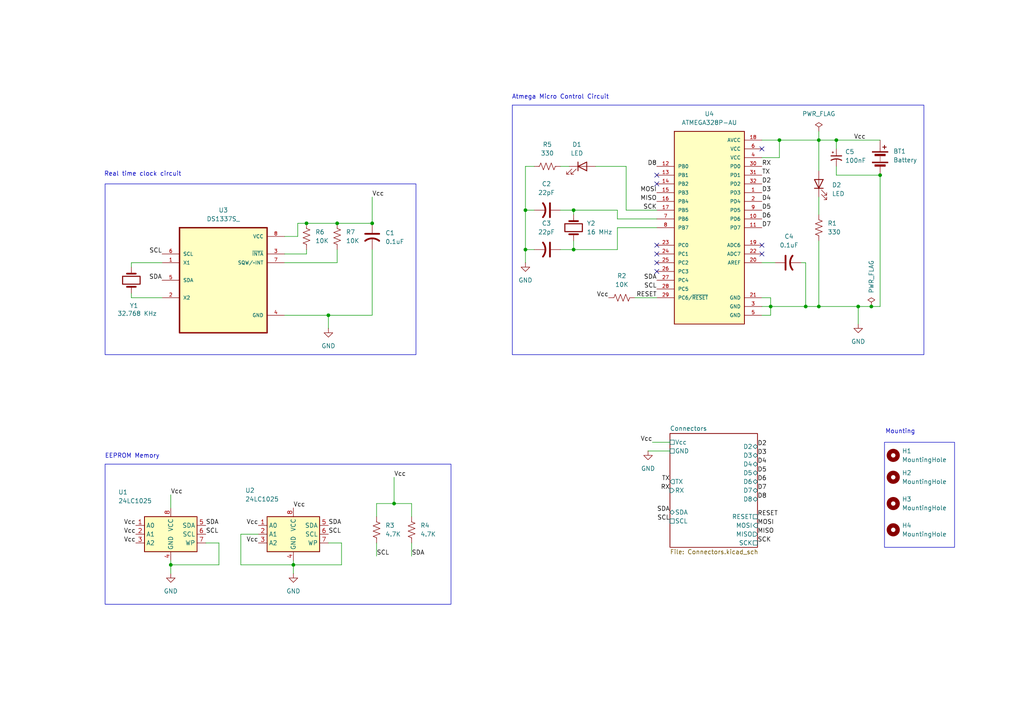
<source format=kicad_sch>
(kicad_sch (version 20250114) (generator "eeschema") (generator_version "9.0")
  (paper "A4")
  (title_block (title "${project_name}") (date "2025-11-19") (rev "1") (company "Evan Stewart"))
  (lib_symbols
    (symbol "ATMEGA328P:ATMEGA328P-AU" (pin_names (offset 1.016))
      (property "Reference" "U4" (at 0 33.02 0))
      (property "Value" "ATMEGA328P-AU" (at 0 30.48 0))
      (symbol "ATMEGA328P-AU_0_0"
        (rectangle (start -10.16 27.94) (end 10.16 -27.94) (stroke (width 0.254)) (fill (type background)))
        (pin bidirectional line (at -15.24 17.78 0) (length 5.08) (name "PB0") (number "12"))
        (pin bidirectional line (at -15.24 15.24 0) (length 5.08) (name "PB1") (number "13"))
        (pin bidirectional line (at -15.24 12.7 0) (length 5.08) (name "PB2") (number "14"))
        (pin bidirectional line (at -15.24 10.16 0) (length 5.08) (name "PB3") (number "15"))
        (pin bidirectional line (at -15.24 7.62 0) (length 5.08) (name "PB4") (number "16"))
        (pin bidirectional line (at -15.24 5.08 0) (length 5.08) (name "PB5") (number "17"))
        (pin bidirectional line (at -15.24 2.54 0) (length 5.08) (name "PB6") (number "7"))
        (pin bidirectional line (at -15.24 0 0) (length 5.08) (name "PB7") (number "8"))
        (pin bidirectional line (at -15.24 -5.08 0) (length 5.08) (name "PC0") (number "23"))
        (pin bidirectional line (at -15.24 -7.62 0) (length 5.08) (name "PC1") (number "24"))
        (pin bidirectional line (at -15.24 -10.16 0) (length 5.08) (name "PC2") (number "25"))
        (pin bidirectional line (at -15.24 -12.7 0) (length 5.08) (name "PC3") (number "26"))
        (pin bidirectional line (at -15.24 -15.24 0) (length 5.08) (name "PC4") (number "27"))
        (pin bidirectional line (at -15.24 -17.78 0) (length 5.08) (name "PC5") (number "28"))
        (pin bidirectional line (at -15.24 -20.32 0) (length 5.08) (name "PC6/~{RESET}") (number "29"))
        (pin power_in line (at 15.24 25.4 180) (length 5.08) (name "AVCC") (number "18"))
        (pin power_in line (at 15.24 22.86 180) (length 5.08) (name "VCC") (number "6"))
        (pin power_in line (at 15.24 20.32 180) (length 5.08) (name "VCC") (number "4"))
        (pin bidirectional line (at 15.24 17.78 180) (length 5.08) (name "PD0") (number "30"))
        (pin bidirectional line (at 15.24 15.24 180) (length 5.08) (name "PD1") (number "31"))
        (pin bidirectional line (at 15.24 12.7 180) (length 5.08) (name "PD2") (number "32"))
        (pin bidirectional line (at 15.24 10.16 180) (length 5.08) (name "PD3") (number "1"))
        (pin bidirectional line (at 15.24 7.62 180) (length 5.08) (name "PD4") (number "2"))
        (pin bidirectional line (at 15.24 5.08 180) (length 5.08) (name "PD5") (number "9"))
        (pin bidirectional line (at 15.24 2.54 180) (length 5.08) (name "PD6") (number "10"))
        (pin bidirectional line (at 15.24 0 180) (length 5.08) (name "PD7") (number "11"))
        (pin bidirectional line (at 15.24 -5.08 180) (length 5.08) (name "ADC6") (number "19"))
        (pin bidirectional line (at 15.24 -7.62 180) (length 5.08) (name "ADC7") (number "22"))
        (pin input line (at 15.24 -10.16 180) (length 5.08) (name "AREF") (number "20"))
        (pin power_in line (at 15.24 -20.32 180) (length 5.08) (name "GND") (number "21"))
        (pin power_in line (at 15.24 -22.86 180) (length 5.08) (name "GND") (number "3"))
        (pin power_in line (at 15.24 -25.4 180) (length 5.08) (name "GND") (number "5"))
      )
    )
    (symbol "DS1337S:DS1337S_" (pin_names (offset 1.016))
      (property "Reference" "U" (at -12.7 16.24 0))
      (property "Value" "DS1337S_" (at -12.7 -19.24 0))
      (symbol "DS1337S__0_0"
        (rectangle (start -12.7 -15.24) (end 12.7 15.24) (stroke (width 0.41)) (fill (type background)))
        (pin input line (at -17.78 7.62 0) (length 5.08) (name "SCL") (number "6"))
        (pin input line (at -17.78 5.08 0) (length 5.08) (name "X1") (number "1"))
        (pin bidirectional line (at -17.78 0 0) (length 5.08) (name "SDA") (number "5"))
        (pin bidirectional line (at -17.78 -5.08 0) (length 5.08) (name "X2") (number "2"))
        (pin power_in line (at 17.78 12.7 180) (length 5.08) (name "VCC") (number "8"))
        (pin output line (at 17.78 7.62 180) (length 5.08) (name "~{INTA}") (number "3"))
        (pin output line (at 17.78 5.08 180) (length 5.08) (name "SQW/~INT") (number "7"))
        (pin power_in line (at 17.78 -10.16 180) (length 5.08) (name "GND") (number "4"))
      )
    )
    (symbol "Device:Battery" (pin_numbers (hide yes)) (pin_names (offset 0) (hide yes))
      (property "Reference" "BT" (at 2.54 2.54 0))
      (property "Value" "Battery" (at 2.54 0 0))
      (symbol "Battery_0_1"
        (rectangle (start -2.286 1.778) (end 2.286 1.524) (fill (type outline)))
        (rectangle (start -2.286 -1.27) (end 2.286 -1.524) (fill (type outline)))
        (rectangle (start -1.524 1.016) (end 1.524 0.508) (fill (type outline)))
        (rectangle (start -1.524 -2.032) (end 1.524 -2.54) (fill (type outline)))
        (polyline (pts (xy 0 1.778) (xy 0 2.54)))
        (polyline (pts (xy 0 0) (xy 0 0.254)))
        (polyline (pts (xy 0 -0.508) (xy 0 -0.254)))
        (polyline (pts (xy 0 -1.016) (xy 0 -0.762)))
        (polyline (pts (xy 0.762 3.048) (xy 1.778 3.048)) (stroke (width 0.254)))
        (polyline (pts (xy 1.27 3.556) (xy 1.27 2.54)) (stroke (width 0.254)))
      )
      (symbol "Battery_1_1"
        (pin passive line (at 0 5.08 270) (length 2.54) (name "+") (number "1"))
        (pin passive line (at 0 -5.08 90) (length 2.54) (name "-") (number "2"))
      )
    )
    (symbol "Device:C_Polarized_Small_US" (pin_numbers (hide yes)) (pin_names (offset 0.254) (hide yes))
      (property "Reference" "C" (at 0.254 1.778 0))
      (property "Value" "C_Polarized_Small_US" (at 0.254 -2.032 0))
      (symbol "C_Polarized_Small_US_0_1"
        (polyline (pts (xy -1.524 0.508) (xy 1.524 0.508)) (stroke (width 0.3048)))
        (polyline (pts (xy -1.27 1.524) (xy -0.762 1.524)))
        (polyline (pts (xy -1.016 1.27) (xy -1.016 1.778)))
        (arc (start -1.524 -0.762) (mid 0 -0.3734) (end 1.524 -0.762) (stroke (width 0.3048)))
      )
      (symbol "C_Polarized_Small_US_1_1"
        (pin passive line (at 0 2.54 270) (length 2.032) (name "~") (number "1"))
        (pin passive line (at 0 -2.54 90) (length 2.032) (name "~") (number "2"))
      )
    )
    (symbol "Device:C_US" (pin_numbers (hide yes)) (pin_names (offset 0.254) (hide yes))
      (property "Reference" "C" (at 0.635 2.54 0))
      (property "Value" "C_US" (at 0.635 -2.54 0))
      (symbol "C_US_0_1"
        (polyline (pts (xy -2.032 0.762) (xy 2.032 0.762)) (stroke (width 0.508)))
        (arc (start -2.032 -1.27) (mid 0 -0.5572) (end 2.032 -1.27) (stroke (width 0.508)))
      )
      (symbol "C_US_1_1"
        (pin passive line (at 0 3.81 270) (length 2.794) (name "~") (number "1"))
        (pin passive line (at 0 -3.81 90) (length 3.302) (name "~") (number "2"))
      )
    )
    (symbol "Device:Crystal" (pin_numbers (hide yes)) (pin_names (offset 1.016) (hide yes))
      (property "Reference" "Y" (at 0 3.81 0))
      (property "Value" "Crystal" (at 0 -3.81 0))
      (symbol "Crystal_0_1"
        (polyline (pts (xy -2.54 0) (xy -1.905 0)))
        (polyline (pts (xy -1.905 -1.27) (xy -1.905 1.27)) (stroke (width 0.508)))
        (rectangle (start -1.143 2.54) (end 1.143 -2.54) (stroke (width 0.3048)))
        (polyline (pts (xy 1.905 -1.27) (xy 1.905 1.27)) (stroke (width 0.508)))
        (polyline (pts (xy 2.54 0) (xy 1.905 0)))
      )
      (symbol "Crystal_1_1"
        (pin passive line (at -3.81 0 0) (length 1.27) (name "1") (number "1"))
        (pin passive line (at 3.81 0 180) (length 1.27) (name "2") (number "2"))
      )
    )
    (symbol "Device:LED" (pin_numbers (hide yes)) (pin_names (offset 1.016) (hide yes))
      (property "Reference" "D" (at 0 2.54 0))
      (property "Value" "LED" (at 0 -2.54 0))
      (symbol "LED_0_1"
        (polyline (pts (xy -3.048 -0.762) (xy -4.572 -2.286) (xy -3.81 -2.286) (xy -4.572 -2.286) (xy -4.572 -1.524)))
        (polyline (pts (xy -1.778 -0.762) (xy -3.302 -2.286) (xy -2.54 -2.286) (xy -3.302 -2.286) (xy -3.302 -1.524)))
        (polyline (pts (xy -1.27 0) (xy 1.27 0)))
        (polyline (pts (xy -1.27 -1.27) (xy -1.27 1.27)) (stroke (width 0.254)))
        (polyline (pts (xy 1.27 -1.27) (xy 1.27 1.27) (xy -1.27 0) (xy 1.27 -1.27)) (stroke (width 0.254)))
      )
      (symbol "LED_1_1"
        (pin passive line (at -3.81 0 0) (length 2.54) (name "K") (number "1"))
        (pin passive line (at 3.81 0 180) (length 2.54) (name "A") (number "2"))
      )
    )
    (symbol "Device:R_US" (pin_numbers (hide yes)) (pin_names (offset 0))
      (property "Reference" "R" (at 2.54 0 90))
      (property "Value" "R_US" (at -2.54 0 90))
      (symbol "R_US_0_1"
        (polyline (pts (xy 0 2.286) (xy 0 2.54)))
        (polyline (pts (xy 0 2.286) (xy 1.016 1.905) (xy 0 1.524) (xy -1.016 1.143) (xy 0 0.762)))
        (polyline (pts (xy 0 0.762) (xy 1.016 0.381) (xy 0 0) (xy -1.016 -0.381) (xy 0 -0.762)))
        (polyline (pts (xy 0 -0.762) (xy 1.016 -1.143) (xy 0 -1.524) (xy -1.016 -1.905) (xy 0 -2.286)))
        (polyline (pts (xy 0 -2.286) (xy 0 -2.54)))
      )
      (symbol "R_US_1_1"
        (pin passive line (at 0 3.81 270) (length 1.27) (name "~") (number "1"))
        (pin passive line (at 0 -3.81 90) (length 1.27) (name "~") (number "2"))
      )
    )
    (symbol "Mechanical:MountingHole" (pin_names (offset 1.016)) (in_bom no)
      (property "Reference" "H" (at 0 5.08 0))
      (property "Value" "MountingHole" (at 0 3.175 0))
      (symbol "MountingHole_0_1"
        (circle (center 0 0) (radius 1.27) (stroke (width 1.27)))
      )
    )
    (symbol "Memory_EEPROM:24LC1025"
      (property "Reference" "U" (at -6.35 6.35 0))
      (property "Value" "24LC1025" (at 1.27 6.35 0))
      (symbol "24LC1025_1_1"
        (rectangle (start -7.62 5.08) (end 7.62 -5.08) (stroke (width 0.254)) (fill (type background)))
        (pin input line (at -10.16 2.54 0) (length 2.54) (name "A0") (number "1"))
        (pin input line (at -10.16 0 0) (length 2.54) (name "A1") (number "2"))
        (pin input line (at -10.16 -2.54 0) (length 2.54) (name "A2") (number "3"))
        (pin power_in line (at 0 7.62 270) (length 2.54) (name "VCC") (number "8"))
        (pin power_in line (at 0 -7.62 90) (length 2.54) (name "GND") (number "4"))
        (pin bidirectional line (at 10.16 2.54 180) (length 2.54) (name "SDA") (number "5"))
        (pin input line (at 10.16 0 180) (length 2.54) (name "SCL") (number "6"))
        (pin input line (at 10.16 -2.54 180) (length 2.54) (name "WP") (number "7"))
      )
    )
    (symbol "power:GND" (power) (pin_numbers (hide yes)) (pin_names (offset 0) (hide yes))
      (property "Value" "GND" (at 0 -3.81 0))
      (symbol "GND_0_1"
        (polyline (pts (xy 0 0) (xy 0 -1.27) (xy 1.27 -1.27) (xy 0 -2.54) (xy -1.27 -1.27) (xy 0 -1.27)))
      )
      (symbol "GND_1_1"
        (pin power_in line (at 0 0 270) (length 0) (name "~") (number "1"))
      )
    )
    (symbol "power:PWR_FLAG" (power) (pin_numbers (hide yes)) (pin_names (offset 0) (hide yes))
      (property "Value" "PWR_FLAG" (at 0 3.81 0))
      (symbol "PWR_FLAG_0_0"
        (pin power_out line (at 0 0 90) (length 0) (name "~") (number "1"))
      )
      (symbol "PWR_FLAG_0_1"
        (polyline (pts (xy 0 0) (xy 0 1.27) (xy -1.016 1.905) (xy 0 2.54) (xy 1.016 1.905) (xy 0 1.27)))
      )
    )
  )
  (rectangle (start 148.59 30.48) (end 267.97 102.87))
  (rectangle (start 30.48 134.62) (end 130.81 175.26))
  (rectangle (start 256.54 128.27) (end 276.86 158.75))
  (rectangle (start 30.48 53.34) (end 120.65 102.87))
  (text "Real time clock circuit\n" (at 41.402 50.546 0) (effects (font (size 1.27 1.27))))
  (text "Atmega Micro Control Circuit" (at 162.56 28.194 0) (effects (font (size 1.27 1.27))))
  (text "EEPROM Memory\n" (at 38.354 132.334 0) (effects (font (size 1.27 1.27))))
  (text "Mounting\n" (at 261.112 125.222 0) (effects (font (size 1.27 1.27))))
  (junction (at 255.27 50.8))
  (junction (at 223.52 88.9))
  (junction (at 233.68 88.9))
  (junction (at 166.37 60.96))
  (junction (at 152.4 60.96))
  (junction (at 88.9 64.77))
  (junction (at 252.73 88.9))
  (junction (at 226.06 40.64))
  (junction (at 152.4 72.39))
  (junction (at 166.37 72.39))
  (junction (at 237.49 40.64))
  (junction (at 85.09 163.83))
  (junction (at 242.57 40.64))
  (junction (at 97.79 64.77))
  (junction (at 107.95 64.77))
  (junction (at 49.53 163.83))
  (junction (at 114.3 146.05))
  (junction (at 248.92 88.9))
  (junction (at 237.49 88.9))
  (junction (at 95.25 91.44))
  (no_connect (at 220.98 73.66))
  (no_connect (at 190.5 78.74))
  (no_connect (at 190.5 71.12))
  (no_connect (at 190.5 53.34))
  (no_connect (at 220.98 71.12))
  (no_connect (at 190.5 76.2))
  (no_connect (at 220.98 43.18))
  (no_connect (at 190.5 73.66))
  (no_connect (at 190.5 50.8))
  (wire (pts (xy 190.5 66.04) (xy 179.07 66.04)))
  (wire (pts (xy 226.06 40.64) (xy 220.98 40.64)))
  (wire (pts (xy 187.96 130.81) (xy 194.31 130.81)))
  (wire (pts (xy 152.4 72.39) (xy 152.4 76.2)))
  (wire (pts (xy 162.56 48.26) (xy 165.1 48.26)))
  (wire (pts (xy 69.85 163.83) (xy 85.09 163.83)))
  (wire (pts (xy 223.52 88.9) (xy 233.68 88.9)))
  (wire (pts (xy 184.15 86.36) (xy 190.5 86.36)))
  (wire (pts (xy 74.93 154.94) (xy 69.85 154.94)))
  (wire (pts (xy 154.94 48.26) (xy 152.4 48.26)))
  (wire (pts (xy 237.49 40.64) (xy 237.49 49.53)))
  (wire (pts (xy 190.5 63.5) (xy 179.07 63.5)))
  (wire (pts (xy 237.49 38.1) (xy 237.49 40.64)))
  (wire (pts (xy 107.95 57.15) (xy 107.95 64.77)))
  (wire (pts (xy 233.68 76.2) (xy 233.68 88.9)))
  (wire (pts (xy 220.98 45.72) (xy 226.06 45.72)))
  (wire (pts (xy 69.85 154.94) (xy 69.85 163.83)))
  (wire (pts (xy 82.55 73.66) (xy 88.9 73.66)))
  (wire (pts (xy 242.57 48.26) (xy 242.57 50.8)))
  (wire (pts (xy 59.69 157.48) (xy 63.5 157.48)))
  (wire (pts (xy 166.37 62.23) (xy 166.37 60.96)))
  (wire (pts (xy 119.38 146.05) (xy 119.38 149.86)))
  (wire (pts (xy 82.55 68.58) (xy 86.36 68.58)))
  (wire (pts (xy 63.5 157.48) (xy 63.5 163.83)))
  (wire (pts (xy 223.52 86.36) (xy 223.52 88.9)))
  (wire (pts (xy 95.25 157.48) (xy 99.06 157.48)))
  (wire (pts (xy 38.1 77.47) (xy 38.1 76.2)))
  (wire (pts (xy 82.55 76.2) (xy 97.79 76.2)))
  (wire (pts (xy 166.37 60.96) (xy 179.07 60.96)))
  (wire (pts (xy 162.56 72.39) (xy 166.37 72.39)))
  (wire (pts (xy 95.25 95.25) (xy 95.25 91.44)))
  (wire (pts (xy 38.1 76.2) (xy 46.99 76.2)))
  (wire (pts (xy 255.27 50.8) (xy 255.27 88.9)))
  (wire (pts (xy 97.79 64.77) (xy 107.95 64.77)))
  (wire (pts (xy 109.22 149.86) (xy 109.22 146.05)))
  (wire (pts (xy 242.57 40.64) (xy 242.57 43.18)))
  (wire (pts (xy 220.98 86.36) (xy 223.52 86.36)))
  (wire (pts (xy 255.27 40.64) (xy 242.57 40.64)))
  (wire (pts (xy 49.53 143.51) (xy 49.53 147.32)))
  (wire (pts (xy 220.98 76.2) (xy 224.79 76.2)))
  (wire (pts (xy 114.3 146.05) (xy 119.38 146.05)))
  (wire (pts (xy 86.36 68.58) (xy 86.36 64.77)))
  (wire (pts (xy 107.95 91.44) (xy 95.25 91.44)))
  (wire (pts (xy 237.49 88.9) (xy 248.92 88.9)))
  (wire (pts (xy 223.52 88.9) (xy 223.52 91.44)))
  (wire (pts (xy 86.36 64.77) (xy 88.9 64.77)))
  (wire (pts (xy 226.06 45.72) (xy 226.06 40.64)))
  (wire (pts (xy 152.4 72.39) (xy 154.94 72.39)))
  (wire (pts (xy 99.06 163.83) (xy 85.09 163.83)))
  (wire (pts (xy 85.09 162.56) (xy 85.09 163.83)))
  (wire (pts (xy 248.92 93.98) (xy 248.92 88.9)))
  (wire (pts (xy 119.38 157.48) (xy 119.38 161.29)))
  (wire (pts (xy 237.49 40.64) (xy 242.57 40.64)))
  (wire (pts (xy 237.49 40.64) (xy 226.06 40.64)))
  (wire (pts (xy 189.23 128.27) (xy 194.31 128.27)))
  (wire (pts (xy 109.22 157.48) (xy 109.22 161.29)))
  (wire (pts (xy 237.49 57.15) (xy 237.49 62.23)))
  (wire (pts (xy 172.72 48.26) (xy 181.61 48.26)))
  (wire (pts (xy 152.4 48.26) (xy 152.4 60.96)))
  (wire (pts (xy 232.41 76.2) (xy 233.68 76.2)))
  (wire (pts (xy 220.98 88.9) (xy 223.52 88.9)))
  (wire (pts (xy 252.73 88.9) (xy 255.27 88.9)))
  (wire (pts (xy 38.1 86.36) (xy 46.99 86.36)))
  (wire (pts (xy 88.9 73.66) (xy 88.9 72.39)))
  (wire (pts (xy 181.61 48.26) (xy 181.61 60.96)))
  (wire (pts (xy 97.79 76.2) (xy 97.79 72.39)))
  (wire (pts (xy 166.37 72.39) (xy 166.37 69.85)))
  (wire (pts (xy 242.57 50.8) (xy 255.27 50.8)))
  (wire (pts (xy 181.61 60.96) (xy 190.5 60.96)))
  (wire (pts (xy 179.07 63.5) (xy 179.07 60.96)))
  (wire (pts (xy 107.95 72.39) (xy 107.95 91.44)))
  (wire (pts (xy 166.37 72.39) (xy 179.07 72.39)))
  (wire (pts (xy 162.56 60.96) (xy 166.37 60.96)))
  (wire (pts (xy 237.49 69.85) (xy 237.49 88.9)))
  (wire (pts (xy 82.55 91.44) (xy 95.25 91.44)))
  (wire (pts (xy 49.53 162.56) (xy 49.53 163.83)))
  (wire (pts (xy 152.4 60.96) (xy 152.4 72.39)))
  (wire (pts (xy 233.68 88.9) (xy 237.49 88.9)))
  (wire (pts (xy 85.09 163.83) (xy 85.09 166.37)))
  (wire (pts (xy 252.73 88.9) (xy 248.92 88.9)))
  (wire (pts (xy 223.52 91.44) (xy 220.98 91.44)))
  (wire (pts (xy 38.1 85.09) (xy 38.1 86.36)))
  (wire (pts (xy 99.06 157.48) (xy 99.06 163.83)))
  (wire (pts (xy 114.3 138.43) (xy 114.3 146.05)))
  (wire (pts (xy 63.5 163.83) (xy 49.53 163.83)))
  (wire (pts (xy 154.94 60.96) (xy 152.4 60.96)))
  (wire (pts (xy 88.9 64.77) (xy 97.79 64.77)))
  (wire (pts (xy 109.22 146.05) (xy 114.3 146.05)))
  (wire (pts (xy 49.53 163.83) (xy 49.53 166.37)))
  (wire (pts (xy 179.07 66.04) (xy 179.07 72.39)))
  (label "Vcc" (at 189.23 128.27 180))
  (label "TX" (at 220.98 50.8 0))
  (label "Vcc" (at 107.95 57.15 0))
  (label "Vcc" (at 114.3 138.43 0))
  (label "MISO" (at 219.71 154.94 0))
  (label "SCL" (at 95.25 154.94 0))
  (label "Vcc" (at 74.93 157.48 180))
  (label "D7" (at 220.98 66.04 0))
  (label "MOSI" (at 219.71 152.4 0))
  (label "SCL" (at 46.99 73.66 180))
  (label "MISO" (at 190.5 58.42 180))
  (label "D4" (at 220.98 58.42 0))
  (label "D5" (at 220.98 60.96 0))
  (label "SCL" (at 190.5 83.82 180))
  (label "RX" (at 194.31 142.24 180))
  (label "Vcc" (at 39.37 152.4 180))
  (label "Vcc" (at 39.37 154.94 180))
  (label "SDA" (at 95.25 152.4 0))
  (label "D2" (at 220.98 53.34 0))
  (label "D6" (at 220.98 63.5 0))
  (label "RESET" (at 219.71 149.86 0))
  (label "D6" (at 219.71 139.7 0))
  (label "Vcc" (at 39.37 157.48 180))
  (label "MOSI" (at 190.5 55.88 180))
  (label "SDA" (at 190.5 81.28 180))
  (label "RX" (at 220.98 48.26 0))
  (label "SCL" (at 109.22 161.29 0))
  (label "Vcc" (at 49.53 143.51 0))
  (label "Vcc" (at 247.65 40.64 0))
  (label "SDA" (at 119.38 161.29 0))
  (label "SCK" (at 219.71 157.48 0))
  (label "D8" (at 190.5 48.26 180))
  (label "TX" (at 194.31 139.7 180))
  (label "Vcc" (at 176.53 86.36 180))
  (label "D4" (at 219.71 134.62 0))
  (label "Vcc" (at 74.93 152.4 180))
  (label "SDA" (at 46.99 81.28 180))
  (label "D7" (at 219.71 142.24 0))
  (label "D3" (at 219.71 132.08 0))
  (label "Vcc" (at 85.09 147.32 0))
  (label "RESET" (at 190.5 86.36 180))
  (label "SCL" (at 59.69 154.94 0))
  (label "D8" (at 219.71 144.78 0))
  (label "SCL" (at 194.31 151.13 180))
  (label "SDA" (at 194.31 148.59 180))
  (label "D5" (at 219.71 137.16 0))
  (label "D2" (at 219.71 129.54 0))
  (label "D3" (at 220.98 55.88 0))
  (label "SDA" (at 59.69 152.4 0))
  (label "SCK" (at 190.5 60.96 180))
  (symbol (lib_id "Device:Crystal") (at 166.37 66.04 90) (unit 1)
    (property "Reference" "Y2" (at 170.18 64.7699 90) (effects (justify right)))
    (property "Value" "16 MHz" (at 170.18 67.3099 90) (effects (justify right)))
    (property "Footprint" "Crystal:Crystal_SMD_5032-2Pin_5.0x3.2mm_HandSoldering" (effects (hide yes)))
    (property "Description" "Two pin crystal" (effects (hide yes)))
  )
  (symbol (lib_id "power:PWR_FLAG") (at 237.49 38.1 0) (unit 1)
    (property "Reference" "#FLG01" (effects (hide yes)))
    (property "Value" "PWR_FLAG" (at 237.49 33.02 0))
    (property "Description" "Special symbol for telling ERC where power comes from" (effects (hide yes)))
  )
  (symbol (lib_id "Memory_EEPROM:24LC1025") (at 49.53 154.94 0) (unit 1)
    (property "Reference" "U1" (at 34.29 142.748 0) (effects (justify left)))
    (property "Value" "24LC1025" (at 34.29 145.288 0) (effects (justify left)))
    (property "Footprint" "Package_SO:SOIC-8_5.3x5.3mm_P1.27mm" (effects (hide yes)))
    (property "Datasheet" "http://ww1.microchip.com/downloads/en/DeviceDoc/21941B.pdf" (effects (hide yes)))
    (property "Description" "I2C Serial EEPROM, 1024Kb, DIP-8/SOIC-8/TSSOP-8/DFN-8" (effects (hide yes)))
  )
  (symbol (lib_id "power:GND") (at 49.53 166.37 0) (unit 1)
    (property "Reference" "#PWR04" (effects (hide yes)))
    (property "Value" "GND" (at 49.53 171.45 0))
    (property "Description" "Power symbol creates a global label with name \"GND\" , ground" (effects (hide yes)))
  )
  (symbol (lib_id "Device:R_US") (at 119.38 153.67 0) (unit 1)
    (property "Reference" "R4" (at 121.92 152.3999 0) (effects (justify left)))
    (property "Value" "4.7K" (at 121.92 154.9399 0) (effects (justify left)))
    (property "Footprint" "Resistor_SMD:R_0805_2012Metric" (effects (hide yes)))
    (property "Description" "Resistor, US symbol" (effects (hide yes)))
  )
  (symbol (lib_id "Device:Crystal") (at 38.1 81.28 90) (unit 1)
    (property "Reference" "Y1" (at 37.592 88.646 90) (effects (justify right)))
    (property "Value" "32.768 KHz" (at 34.036 90.932 90) (effects (justify right)))
    (property "Footprint" "Crystal:Crystal_SMD_5032-2Pin_5.0x3.2mm_HandSoldering" (effects (hide yes)))
    (property "Description" "Two pin crystal" (effects (hide yes)))
  )
  (symbol (lib_id "Mechanical:MountingHole") (at 259.08 153.67 0) (unit 1) (in_bom no)
    (property "Reference" "H4" (at 261.62 152.3999 0) (effects (justify left)))
    (property "Value" "MountingHole" (at 261.62 154.9399 0) (effects (justify left)))
    (property "Footprint" "MountingHole:MountingHole_2.1mm" (effects (hide yes)))
    (property "Description" "Mounting Hole without connection" (effects (hide yes)))
  )
  (symbol (lib_id "Mechanical:MountingHole") (at 259.08 132.08 0) (unit 1) (in_bom no)
    (property "Reference" "H1" (at 261.62 130.8099 0) (effects (justify left)))
    (property "Value" "MountingHole" (at 261.62 133.3499 0) (effects (justify left)))
    (property "Footprint" "MountingHole:MountingHole_2.1mm" (effects (hide yes)))
    (property "Description" "Mounting Hole without connection" (effects (hide yes)))
  )
  (symbol (lib_id "Device:R_US") (at 97.79 68.58 0) (unit 1)
    (property "Reference" "R7" (at 100.33 67.3099 0) (effects (justify left)))
    (property "Value" "10K" (at 100.33 69.8499 0) (effects (justify left)))
    (property "Footprint" "Resistor_SMD:R_0805_2012Metric" (effects (hide yes)))
    (property "Description" "Resistor, US symbol" (effects (hide yes)))
  )
  (symbol (lib_id "DS1337S:DS1337S_") (at 64.77 81.28 0) (unit 1)
    (property "Reference" "U3" (at 64.77 60.96 0))
    (property "Value" "DS1337S_" (at 64.77 63.5 0))
    (property "Footprint" "Footprints:SOIC127P600X175-8N" (effects (hide yes)))
    (property "MF" "Analog Devices" (effects (hide yes)))
    (property "Description_1" "Real Time Clock (RTC) IC Clock/Calendar - I²C, 2-Wire Serial 8-SOIC (0.154, 3.90mm Width)" (effects (hide yes)))
    (property "Package" "SOIC-8 Maxim" (effects (hide yes)))
    (property "Price" "None" (effects (hide yes)))
    (property "SnapEDA_Link" "https://www.snapeda.com/parts/DS1337S/Analog+Devices/view-part/?ref=snap" (effects (hide yes)))
    (property "MP" "DS1337S" (effects (hide yes)))
    (property "Availability" "In Stock" (effects (hide yes)))
    (property "Check_prices" "https://www.snapeda.com/parts/DS1337S/Analog+Devices/view-part/?ref=eda" (effects (hide yes)))
  )
  (symbol (lib_id "Device:C_US") (at 158.75 72.39 270) (unit 1)
    (property "Reference" "C3" (at 158.496 64.77 90))
    (property "Value" "22pF" (at 158.496 67.31 90))
    (property "Footprint" "Capacitor_SMD:C_0805_2012Metric" (effects (hide yes)))
    (property "Description" "capacitor, US symbol" (effects (hide yes)))
  )
  (symbol (lib_id "Device:C_Polarized_Small_US") (at 242.57 45.72 0) (unit 1)
    (property "Reference" "C5" (at 245.11 44.0181 0) (effects (justify left)))
    (property "Value" "100nF" (at 245.11 46.5581 0) (effects (justify left)))
    (property "Footprint" "Capacitor_SMD:C_0805_2012Metric" (effects (hide yes)))
    (property "Description" "Polarized capacitor, small US symbol" (effects (hide yes)))
  )
  (symbol (lib_id "Device:LED") (at 168.91 48.26 0) (unit 1)
    (property "Reference" "D1" (at 167.3225 41.91 0))
    (property "Value" "LED" (at 167.3225 44.45 0))
    (property "Footprint" "LED_SMD:LED_0805_2012Metric" (effects (hide yes)))
    (property "Description" "Light emitting diode" (effects (hide yes)))
    (property "Sim.Pins" "1=K 2=A" (effects (hide yes)))
  )
  (symbol (lib_id "Device:R_US") (at 158.75 48.26 90) (unit 1)
    (property "Reference" "R5" (at 158.75 41.91 90))
    (property "Value" "330" (at 158.75 44.45 90))
    (property "Footprint" "Resistor_SMD:R_0805_2012Metric" (effects (hide yes)))
    (property "Description" "Resistor, US symbol" (effects (hide yes)))
  )
  (symbol (lib_id "power:GND") (at 85.09 166.37 0) (unit 1)
    (property "Reference" "#PWR03" (effects (hide yes)))
    (property "Value" "GND" (at 85.09 171.45 0))
    (property "Description" "Power symbol creates a global label with name \"GND\" , ground" (effects (hide yes)))
  )
  (symbol (lib_id "Device:R_US") (at 237.49 66.04 0) (unit 1)
    (property "Reference" "R1" (at 240.03 64.7699 0) (effects (justify left)))
    (property "Value" "330" (at 240.03 67.3099 0) (effects (justify left)))
    (property "Footprint" "Resistor_SMD:R_0805_2012Metric" (effects (hide yes)))
    (property "Description" "Resistor, US symbol" (effects (hide yes)))
  )
  (symbol (lib_id "power:PWR_FLAG") (at 252.73 88.9 0) (unit 1)
    (property "Reference" "#FLG02" (effects (hide yes)))
    (property "Value" "PWR_FLAG" (at 252.7299 85.09 90) (effects (justify left)))
    (property "Description" "Special symbol for telling ERC where power comes from" (effects (hide yes)))
  )
  (symbol (lib_id "power:GND") (at 152.4 76.2 0) (unit 1)
    (property "Reference" "#PWR08" (effects (hide yes)))
    (property "Value" "GND" (at 152.4 81.28 0))
    (property "Description" "Power symbol creates a global label with name \"GND\" , ground" (effects (hide yes)))
  )
  (symbol (lib_id "Device:LED") (at 237.49 53.34 90) (unit 1)
    (property "Reference" "D2" (at 241.3 53.6574 90) (effects (justify right)))
    (property "Value" "LED" (at 241.3 56.1974 90) (effects (justify right)))
    (property "Footprint" "LED_SMD:LED_0805_2012Metric" (effects (hide yes)))
    (property "Description" "Light emitting diode" (effects (hide yes)))
    (property "Sim.Pins" "1=K 2=A" (effects (hide yes)))
  )
  (symbol (lib_id "ATMEGA328P:ATMEGA328P-AU") (at 205.74 66.04 0) (unit 1)
    (property "Reference" "U4" (at 205.74 33.02 0))
    (property "Value" "ATMEGA328P-AU" (at 205.74 35.56 0))
    (property "Footprint" "Footprints:QFP80P900X900X120-32N" (effects (hide yes)))
    (property "MF" "Microchip" (effects (hide yes)))
    (property "MAXIMUM_PACKAGE_HEIGHT" "1.20mm" (effects (hide yes)))
    (property "Package" "TQFP-32 Microchip" (effects (hide yes)))
    (property "Price" "None" (effects (hide yes)))
    (property "Check_prices" "https://www.snapeda.com/parts/ATMEGA328P-AU/Microchip+Technology/view-part/?ref=eda" (effects (hide yes)))
    (property "STANDARD" "IPC-7351B" (effects (hide yes)))
    (property "PARTREV" "8271A" (effects (hide yes)))
    (property "SnapEDA_Link" "https://www.snapeda.com/parts/ATMEGA328P-AU/Microchip+Technology/view-part/?ref=snap" (effects (hide yes)))
    (property "MP" "ATMEGA328P-AU" (effects (hide yes)))
    (property "Description_1" "AVR AVR® ATmega Microcontroller IC 8-Bit 20MHz 32KB (16K x 16) FLASH 32-TQFP (7x7)" (effects (hide yes)))
    (property "Availability" "In Stock" (effects (hide yes)))
    (property "MANUFACTURER" "Microchip" (effects (hide yes)))
  )
  (symbol (lib_id "power:GND") (at 248.92 93.98 0) (unit 1)
    (property "Reference" "#PWR05" (effects (hide yes)))
    (property "Value" "GND" (at 248.92 99.06 0))
    (property "Description" "Power symbol creates a global label with name \"GND\" , ground" (effects (hide yes)))
  )
  (symbol (lib_id "Device:R_US") (at 180.34 86.36 90) (unit 1)
    (property "Reference" "R2" (at 180.34 80.01 90))
    (property "Value" "10K" (at 180.34 82.55 90))
    (property "Footprint" "Resistor_SMD:R_0805_2012Metric" (effects (hide yes)))
    (property "Description" "Resistor, US symbol" (effects (hide yes)))
  )
  (symbol (lib_id "power:GND") (at 95.25 95.25 0) (unit 1)
    (property "Reference" "#PWR01" (effects (hide yes)))
    (property "Value" "GND" (at 95.25 100.33 0))
    (property "Description" "Power symbol creates a global label with name \"GND\" , ground" (effects (hide yes)))
  )
  (symbol (lib_id "Mechanical:MountingHole") (at 259.08 146.05 0) (unit 1) (in_bom no)
    (property "Reference" "H3" (at 261.62 144.7799 0) (effects (justify left)))
    (property "Value" "MountingHole" (at 261.62 147.3199 0) (effects (justify left)))
    (property "Footprint" "MountingHole:MountingHole_2.1mm" (effects (hide yes)))
    (property "Description" "Mounting Hole without connection" (effects (hide yes)))
  )
  (symbol (lib_id "Device:C_US") (at 107.95 68.58 0) (unit 1)
    (property "Reference" "C1" (at 111.76 67.5639 0) (effects (justify left)))
    (property "Value" "0.1uF" (at 111.76 70.1039 0) (effects (justify left)))
    (property "Footprint" "Capacitor_SMD:C_0805_2012Metric" (effects (hide yes)))
    (property "Description" "capacitor, US symbol" (effects (hide yes)))
  )
  (symbol (lib_id "Device:R_US") (at 88.9 68.58 0) (unit 1)
    (property "Reference" "R6" (at 91.44 67.3099 0) (effects (justify left)))
    (property "Value" "10K" (at 91.44 69.8499 0) (effects (justify left)))
    (property "Footprint" "Resistor_SMD:R_0805_2012Metric" (effects (hide yes)))
    (property "Description" "Resistor, US symbol" (effects (hide yes)))
  )
  (symbol (lib_id "power:GND") (at 187.96 130.81 0) (unit 1)
    (property "Reference" "#PWR011" (effects (hide yes)))
    (property "Value" "GND" (at 187.96 135.89 0))
    (property "Description" "Power symbol creates a global label with name \"GND\" , ground" (effects (hide yes)))
  )
  (symbol (lib_id "Device:Battery") (at 255.27 45.72 0) (unit 1)
    (property "Reference" "BT1" (at 259.08 43.8784 0) (effects (justify left)))
    (property "Value" "Battery" (at 259.08 46.4184 0) (effects (justify left)))
    (property "Footprint" "Connector_PinHeader_2.54mm:PinHeader_1x02_P2.54mm_Vertical" (effects (hide yes)))
    (property "Description" "Multiple-cell battery" (effects (hide yes)))
  )
  (symbol (lib_id "Device:C_US") (at 158.75 60.96 270) (unit 1)
    (property "Reference" "C2" (at 158.496 53.34 90))
    (property "Value" "22pF" (at 158.496 55.88 90))
    (property "Footprint" "Capacitor_SMD:C_0805_2012Metric" (effects (hide yes)))
    (property "Description" "capacitor, US symbol" (effects (hide yes)))
  )
  (symbol (lib_id "Device:C_US") (at 228.6 76.2 90) (unit 1)
    (property "Reference" "C4" (at 228.854 68.58 90))
    (property "Value" "0.1uF" (at 228.854 71.12 90))
    (property "Footprint" "Capacitor_SMD:C_0805_2012Metric" (effects (hide yes)))
    (property "Description" "capacitor, US symbol" (effects (hide yes)))
  )
  (symbol (lib_id "Mechanical:MountingHole") (at 259.08 138.43 0) (unit 1) (in_bom no)
    (property "Reference" "H2" (at 261.62 137.1599 0) (effects (justify left)))
    (property "Value" "MountingHole" (at 261.62 139.6999 0) (effects (justify left)))
    (property "Footprint" "MountingHole:MountingHole_2.1mm" (effects (hide yes)))
    (property "Description" "Mounting Hole without connection" (effects (hide yes)))
  )
  (symbol (lib_id "Memory_EEPROM:24LC1025") (at 85.09 154.94 0) (unit 1)
    (property "Reference" "U2" (at 71.12 142.24 0) (effects (justify left)))
    (property "Value" "24LC1025" (at 71.12 144.78 0) (effects (justify left)))
    (property "Footprint" "Package_SO:SOIC-8_5.3x5.3mm_P1.27mm" (effects (hide yes)))
    (property "Datasheet" "http://ww1.microchip.com/downloads/en/DeviceDoc/21941B.pdf" (effects (hide yes)))
    (property "Description" "I2C Serial EEPROM, 1024Kb, DIP-8/SOIC-8/TSSOP-8/DFN-8" (effects (hide yes)))
  )
  (symbol (lib_id "Device:R_US") (at 109.22 153.67 0) (unit 1)
    (property "Reference" "R3" (at 111.76 152.3999 0) (effects (justify left)))
    (property "Value" "4.7K" (at 111.76 154.9399 0) (effects (justify left)))
    (property "Footprint" "Resistor_SMD:R_0805_2012Metric" (effects (hide yes)))
    (property "Description" "Resistor, US symbol" (effects (hide yes)))
  )
  (sheet (at 194.31 125.73) (size 25.4 33.02) (stroke (width 0.1524))
    (property "Sheetname" "Connectors" (at 194.31 125.0184 0) (effects (justify left bottom)))
    (property "Sheetfile" "Connectors.kicad_sch" (at 194.31 159.3346 0) (effects (justify left top)))
    (pin "RESET" passive (at 219.71 149.86 0))
    (pin "SDA" bidirectional (at 194.31 148.59 180))
    (pin "TX" output (at 194.31 139.7 180))
    (pin "D3" bidirectional (at 219.71 132.08 0))
    (pin "D2" bidirectional (at 219.71 129.54 0))
    (pin "RX" input (at 194.31 142.24 180))
    (pin "D7" bidirectional (at 219.71 142.24 0))
    (pin "D5" bidirectional (at 219.71 137.16 0))
    (pin "D4" bidirectional (at 219.71 134.62 0))
    (pin "D6" bidirectional (at 219.71 139.7 0))
    (pin "D8" bidirectional (at 219.71 144.78 0))
    (pin "MOSI" input (at 219.71 152.4 0))
    (pin "MISO" output (at 219.71 154.94 0))
    (pin "Vcc" passive (at 194.31 128.27 180))
    (pin "GND" passive (at 194.31 130.81 180))
    (pin "SCL" passive (at 194.31 151.13 180))
    (pin "SCK" passive (at 219.71 157.48 0))
  )
)
</source>
